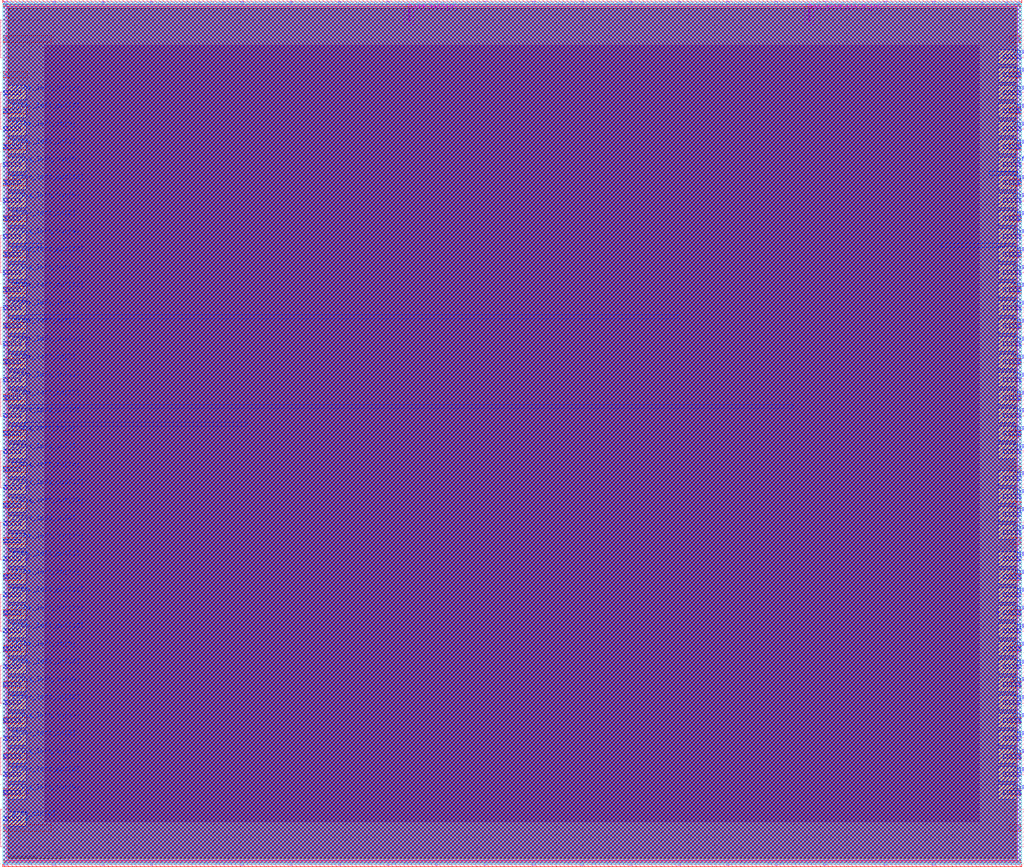
<source format=lef>
VERSION 5.7 ;
BUSBITCHARS "[]" ;

UNITS
  DATABASE MICRONS 1000 ;
END UNITS

MANUFACTURINGGRID 0.005 ;

LAYER nwell
  TYPE MASTERSLICE ;
END nwell

LAYER pwell
  TYPE MASTERSLICE ;
END pwell

LAYER fieldpoly
  TYPE MASTERSLICE ;
END fieldpoly

LAYER li1
  TYPE ROUTING ;
  DIRECTION VERTICAL ;
  PITCH 0.46 ;
  WIDTH 0.17 ;
END li1

LAYER mcon
  TYPE CUT ;
END mcon

LAYER met1
  TYPE ROUTING ;
  DIRECTION HORIZONTAL ;
  PITCH 0.34 ;
  WIDTH 0.14 ;
END met1

LAYER via
  TYPE CUT ;
END via

LAYER met2
  TYPE ROUTING ;
  DIRECTION VERTICAL ;
  PITCH 0.46 ;
  WIDTH 0.14 ;
END met2

LAYER via2
  TYPE CUT ;
END via2

LAYER met3
  TYPE ROUTING ;
  DIRECTION HORIZONTAL ;
  PITCH 0.68 ;
  WIDTH 0.3 ;
END met3

LAYER via3
  TYPE CUT ;
END via3

LAYER met4
  TYPE ROUTING ;
  DIRECTION VERTICAL ;
  PITCH 0.92 ;
  WIDTH 0.3 ;
END met4

LAYER via4
  TYPE CUT ;
END via4

LAYER met5
  TYPE ROUTING ;
  DIRECTION HORIZONTAL ;
  PITCH 3.4 ;
  WIDTH 1.6 ;
END met5

LAYER diff
  TYPE MASTERSLICE ;
END diff

LAYER licon1
  TYPE MASTERSLICE ;
END licon1

LAYER OVERLAP
  TYPE OVERLAP ;
END OVERLAP

VIA L1M1_PR
  LAYER li1 ;
    RECT -0.085 -0.085 0.085 0.085 ;
  LAYER mcon ;
    RECT -0.085 -0.085 0.085 0.085 ;
  LAYER met1 ;
    RECT -0.145 -0.115 0.145 0.115 ;
END L1M1_PR

VIA L1M1_PR_R
  LAYER li1 ;
    RECT -0.085 -0.085 0.085 0.085 ;
  LAYER mcon ;
    RECT -0.085 -0.085 0.085 0.085 ;
  LAYER met1 ;
    RECT -0.115 -0.145 0.115 0.145 ;
END L1M1_PR_R

VIA L1M1_PR_M
  LAYER li1 ;
    RECT -0.085 -0.085 0.085 0.085 ;
  LAYER mcon ;
    RECT -0.085 -0.085 0.085 0.085 ;
  LAYER met1 ;
    RECT -0.115 -0.145 0.115 0.145 ;
END L1M1_PR_M

VIA L1M1_PR_MR
  LAYER li1 ;
    RECT -0.085 -0.085 0.085 0.085 ;
  LAYER mcon ;
    RECT -0.085 -0.085 0.085 0.085 ;
  LAYER met1 ;
    RECT -0.145 -0.115 0.145 0.115 ;
END L1M1_PR_MR

VIA L1M1_PR_C
  LAYER li1 ;
    RECT -0.085 -0.085 0.085 0.085 ;
  LAYER mcon ;
    RECT -0.085 -0.085 0.085 0.085 ;
  LAYER met1 ;
    RECT -0.145 -0.145 0.145 0.145 ;
END L1M1_PR_C

VIA M1M2_PR
  LAYER met1 ;
    RECT -0.16 -0.13 0.16 0.13 ;
  LAYER via ;
    RECT -0.075 -0.075 0.075 0.075 ;
  LAYER met2 ;
    RECT -0.13 -0.16 0.13 0.16 ;
END M1M2_PR

VIA M1M2_PR_Enc
  LAYER met1 ;
    RECT -0.16 -0.13 0.16 0.13 ;
  LAYER via ;
    RECT -0.075 -0.075 0.075 0.075 ;
  LAYER met2 ;
    RECT -0.16 -0.13 0.16 0.13 ;
END M1M2_PR_Enc

VIA M1M2_PR_R
  LAYER met1 ;
    RECT -0.13 -0.16 0.13 0.16 ;
  LAYER via ;
    RECT -0.075 -0.075 0.075 0.075 ;
  LAYER met2 ;
    RECT -0.16 -0.13 0.16 0.13 ;
END M1M2_PR_R

VIA M1M2_PR_R_Enc
  LAYER met1 ;
    RECT -0.13 -0.16 0.13 0.16 ;
  LAYER via ;
    RECT -0.075 -0.075 0.075 0.075 ;
  LAYER met2 ;
    RECT -0.13 -0.16 0.13 0.16 ;
END M1M2_PR_R_Enc

VIA M1M2_PR_M
  LAYER met1 ;
    RECT -0.16 -0.13 0.16 0.13 ;
  LAYER via ;
    RECT -0.075 -0.075 0.075 0.075 ;
  LAYER met2 ;
    RECT -0.16 -0.13 0.16 0.13 ;
END M1M2_PR_M

VIA M1M2_PR_M_Enc
  LAYER met1 ;
    RECT -0.16 -0.13 0.16 0.13 ;
  LAYER via ;
    RECT -0.075 -0.075 0.075 0.075 ;
  LAYER met2 ;
    RECT -0.13 -0.16 0.13 0.16 ;
END M1M2_PR_M_Enc

VIA M1M2_PR_MR
  LAYER met1 ;
    RECT -0.13 -0.16 0.13 0.16 ;
  LAYER via ;
    RECT -0.075 -0.075 0.075 0.075 ;
  LAYER met2 ;
    RECT -0.13 -0.16 0.13 0.16 ;
END M1M2_PR_MR

VIA M1M2_PR_MR_Enc
  LAYER met1 ;
    RECT -0.13 -0.16 0.13 0.16 ;
  LAYER via ;
    RECT -0.075 -0.075 0.075 0.075 ;
  LAYER met2 ;
    RECT -0.16 -0.13 0.16 0.13 ;
END M1M2_PR_MR_Enc

VIA M1M2_PR_C
  LAYER met1 ;
    RECT -0.16 -0.16 0.16 0.16 ;
  LAYER via ;
    RECT -0.075 -0.075 0.075 0.075 ;
  LAYER met2 ;
    RECT -0.16 -0.16 0.16 0.16 ;
END M1M2_PR_C

VIA M2M3_PR
  LAYER met2 ;
    RECT -0.14 -0.185 0.14 0.185 ;
  LAYER via2 ;
    RECT -0.1 -0.1 0.1 0.1 ;
  LAYER met3 ;
    RECT -0.165 -0.165 0.165 0.165 ;
END M2M3_PR

VIA M2M3_PR_R
  LAYER met2 ;
    RECT -0.185 -0.14 0.185 0.14 ;
  LAYER via2 ;
    RECT -0.1 -0.1 0.1 0.1 ;
  LAYER met3 ;
    RECT -0.165 -0.165 0.165 0.165 ;
END M2M3_PR_R

VIA M2M3_PR_M
  LAYER met2 ;
    RECT -0.14 -0.185 0.14 0.185 ;
  LAYER via2 ;
    RECT -0.1 -0.1 0.1 0.1 ;
  LAYER met3 ;
    RECT -0.165 -0.165 0.165 0.165 ;
END M2M3_PR_M

VIA M2M3_PR_MR
  LAYER met2 ;
    RECT -0.185 -0.14 0.185 0.14 ;
  LAYER via2 ;
    RECT -0.1 -0.1 0.1 0.1 ;
  LAYER met3 ;
    RECT -0.165 -0.165 0.165 0.165 ;
END M2M3_PR_MR

VIA M2M3_PR_C
  LAYER met2 ;
    RECT -0.185 -0.185 0.185 0.185 ;
  LAYER via2 ;
    RECT -0.1 -0.1 0.1 0.1 ;
  LAYER met3 ;
    RECT -0.165 -0.165 0.165 0.165 ;
END M2M3_PR_C

VIA M3M4_PR
  LAYER met3 ;
    RECT -0.19 -0.16 0.19 0.16 ;
  LAYER via3 ;
    RECT -0.1 -0.1 0.1 0.1 ;
  LAYER met4 ;
    RECT -0.165 -0.165 0.165 0.165 ;
END M3M4_PR

VIA M3M4_PR_R
  LAYER met3 ;
    RECT -0.16 -0.19 0.16 0.19 ;
  LAYER via3 ;
    RECT -0.1 -0.1 0.1 0.1 ;
  LAYER met4 ;
    RECT -0.165 -0.165 0.165 0.165 ;
END M3M4_PR_R

VIA M3M4_PR_M
  LAYER met3 ;
    RECT -0.19 -0.16 0.19 0.16 ;
  LAYER via3 ;
    RECT -0.1 -0.1 0.1 0.1 ;
  LAYER met4 ;
    RECT -0.165 -0.165 0.165 0.165 ;
END M3M4_PR_M

VIA M3M4_PR_MR
  LAYER met3 ;
    RECT -0.16 -0.19 0.16 0.19 ;
  LAYER via3 ;
    RECT -0.1 -0.1 0.1 0.1 ;
  LAYER met4 ;
    RECT -0.165 -0.165 0.165 0.165 ;
END M3M4_PR_MR

VIA M3M4_PR_C
  LAYER met3 ;
    RECT -0.19 -0.19 0.19 0.19 ;
  LAYER via3 ;
    RECT -0.1 -0.1 0.1 0.1 ;
  LAYER met4 ;
    RECT -0.165 -0.165 0.165 0.165 ;
END M3M4_PR_C

VIA M4M5_PR
  LAYER met4 ;
    RECT -0.59 -0.59 0.59 0.59 ;
  LAYER via4 ;
    RECT -0.4 -0.4 0.4 0.4 ;
  LAYER met5 ;
    RECT -0.71 -0.71 0.71 0.71 ;
END M4M5_PR

VIA M4M5_PR_R
  LAYER met4 ;
    RECT -0.59 -0.59 0.59 0.59 ;
  LAYER via4 ;
    RECT -0.4 -0.4 0.4 0.4 ;
  LAYER met5 ;
    RECT -0.71 -0.71 0.71 0.71 ;
END M4M5_PR_R

VIA M4M5_PR_M
  LAYER met4 ;
    RECT -0.59 -0.59 0.59 0.59 ;
  LAYER via4 ;
    RECT -0.4 -0.4 0.4 0.4 ;
  LAYER met5 ;
    RECT -0.71 -0.71 0.71 0.71 ;
END M4M5_PR_M

VIA M4M5_PR_MR
  LAYER met4 ;
    RECT -0.59 -0.59 0.59 0.59 ;
  LAYER via4 ;
    RECT -0.4 -0.4 0.4 0.4 ;
  LAYER met5 ;
    RECT -0.71 -0.71 0.71 0.71 ;
END M4M5_PR_MR

VIA M4M5_PR_C
  LAYER met4 ;
    RECT -0.59 -0.59 0.59 0.59 ;
  LAYER via4 ;
    RECT -0.4 -0.4 0.4 0.4 ;
  LAYER met5 ;
    RECT -0.71 -0.71 0.71 0.71 ;
END M4M5_PR_C

SITE unit
  CLASS CORE ;
  SYMMETRY Y ;
  SIZE 0.46 BY 2.72 ;
END unit

SITE unithddbl
  CLASS CORE ;
  SIZE 0.46 BY 5.44 ;
END unithddbl

MACRO cbx_1__2_
  CLASS BLOCK ;
  ORIGIN 0 0 ;
  SIZE 77.28 BY 65.28 ;
  SYMMETRY X Y ;
  PIN prog_clk[0]
    DIRECTION INPUT ;
    USE CLOCK ;
    PORT
      LAYER met3 ;
        RECT 0 3.25 1.38 3.55 ;
    END
  END prog_clk[0]
  PIN chanx_left_in[0]
    DIRECTION INPUT ;
    USE SIGNAL ;
    PORT
      LAYER met3 ;
        RECT 0 42.01 1.38 42.31 ;
    END
  END chanx_left_in[0]
  PIN chanx_left_in[1]
    DIRECTION INPUT ;
    USE SIGNAL ;
    PORT
      LAYER met3 ;
        RECT 0 54.25 1.38 54.55 ;
    END
  END chanx_left_in[1]
  PIN chanx_left_in[2]
    DIRECTION INPUT ;
    USE SIGNAL ;
    PORT
      LAYER met3 ;
        RECT 0 48.81 1.38 49.11 ;
    END
  END chanx_left_in[2]
  PIN chanx_left_in[3]
    DIRECTION INPUT ;
    USE SIGNAL ;
    PORT
      LAYER met3 ;
        RECT 0 31.13 1.38 31.43 ;
    END
  END chanx_left_in[3]
  PIN chanx_left_in[4]
    DIRECTION INPUT ;
    USE SIGNAL ;
    PORT
      LAYER met3 ;
        RECT 0 25.69 1.38 25.99 ;
    END
  END chanx_left_in[4]
  PIN chanx_left_in[5]
    DIRECTION INPUT ;
    USE SIGNAL ;
    PORT
      LAYER met3 ;
        RECT 0 9.37 1.38 9.67 ;
    END
  END chanx_left_in[5]
  PIN chanx_left_in[6]
    DIRECTION INPUT ;
    USE SIGNAL ;
    PORT
      LAYER met3 ;
        RECT 0 16.17 1.38 16.47 ;
    END
  END chanx_left_in[6]
  PIN chanx_left_in[7]
    DIRECTION INPUT ;
    USE SIGNAL ;
    PORT
      LAYER met3 ;
        RECT 0 37.93 1.38 38.23 ;
    END
  END chanx_left_in[7]
  PIN chanx_left_in[8]
    DIRECTION INPUT ;
    USE SIGNAL ;
    PORT
      LAYER met3 ;
        RECT 0 55.61 1.38 55.91 ;
    END
  END chanx_left_in[8]
  PIN chanx_left_in[9]
    DIRECTION INPUT ;
    USE SIGNAL ;
    PORT
      LAYER met3 ;
        RECT 0 32.49 1.38 32.79 ;
    END
  END chanx_left_in[9]
  PIN chanx_left_in[10]
    DIRECTION INPUT ;
    USE SIGNAL ;
    PORT
      LAYER met3 ;
        RECT 0 8.01 1.38 8.31 ;
    END
  END chanx_left_in[10]
  PIN chanx_left_in[11]
    DIRECTION INPUT ;
    USE SIGNAL ;
    PORT
      LAYER met3 ;
        RECT 0 36.57 1.38 36.87 ;
    END
  END chanx_left_in[11]
  PIN chanx_left_in[12]
    DIRECTION INPUT ;
    USE SIGNAL ;
    PORT
      LAYER met3 ;
        RECT 0 21.61 1.38 21.91 ;
    END
  END chanx_left_in[12]
  PIN chanx_left_in[13]
    DIRECTION INPUT ;
    USE SIGNAL ;
    PORT
      LAYER met3 ;
        RECT 0 10.73 1.38 11.03 ;
    END
  END chanx_left_in[13]
  PIN chanx_left_in[14]
    DIRECTION INPUT ;
    USE SIGNAL ;
    PORT
      LAYER met3 ;
        RECT 0 14.81 1.38 15.11 ;
    END
  END chanx_left_in[14]
  PIN chanx_left_in[15]
    DIRECTION INPUT ;
    USE SIGNAL ;
    PORT
      LAYER met3 ;
        RECT 0 33.85 1.38 34.15 ;
    END
  END chanx_left_in[15]
  PIN chanx_left_in[16]
    DIRECTION INPUT ;
    USE SIGNAL ;
    PORT
      LAYER met3 ;
        RECT 0 29.77 1.38 30.07 ;
    END
  END chanx_left_in[16]
  PIN chanx_left_in[17]
    DIRECTION INPUT ;
    USE SIGNAL ;
    PORT
      LAYER met3 ;
        RECT 0 35.21 1.38 35.51 ;
    END
  END chanx_left_in[17]
  PIN chanx_left_in[18]
    DIRECTION INPUT ;
    USE SIGNAL ;
    PORT
      LAYER met3 ;
        RECT 0 12.09 1.38 12.39 ;
    END
  END chanx_left_in[18]
  PIN chanx_left_in[19]
    DIRECTION INPUT ;
    USE SIGNAL ;
    PORT
      LAYER met3 ;
        RECT 0 13.45 1.38 13.75 ;
    END
  END chanx_left_in[19]
  PIN chanx_right_in[0]
    DIRECTION INPUT ;
    USE SIGNAL ;
    PORT
      LAYER met3 ;
        RECT 75.9 37.93 77.28 38.23 ;
    END
  END chanx_right_in[0]
  PIN chanx_right_in[1]
    DIRECTION INPUT ;
    USE SIGNAL ;
    PORT
      LAYER met3 ;
        RECT 75.9 8.01 77.28 8.31 ;
    END
  END chanx_right_in[1]
  PIN chanx_right_in[2]
    DIRECTION INPUT ;
    USE SIGNAL ;
    PORT
      LAYER met3 ;
        RECT 75.9 29.09 77.28 29.39 ;
    END
  END chanx_right_in[2]
  PIN chanx_right_in[3]
    DIRECTION INPUT ;
    USE SIGNAL ;
    PORT
      LAYER met3 ;
        RECT 75.9 36.57 77.28 36.87 ;
    END
  END chanx_right_in[3]
  PIN chanx_right_in[4]
    DIRECTION INPUT ;
    USE SIGNAL ;
    PORT
      LAYER met3 ;
        RECT 75.9 27.73 77.28 28.03 ;
    END
  END chanx_right_in[4]
  PIN chanx_right_in[5]
    DIRECTION INPUT ;
    USE SIGNAL ;
    PORT
      LAYER met3 ;
        RECT 75.9 33.85 77.28 34.15 ;
    END
  END chanx_right_in[5]
  PIN chanx_right_in[6]
    DIRECTION INPUT ;
    USE SIGNAL ;
    PORT
      LAYER met3 ;
        RECT 75.9 17.53 77.28 17.83 ;
    END
  END chanx_right_in[6]
  PIN chanx_right_in[7]
    DIRECTION INPUT ;
    USE SIGNAL ;
    PORT
      LAYER met3 ;
        RECT 75.9 9.37 77.28 9.67 ;
    END
  END chanx_right_in[7]
  PIN chanx_right_in[8]
    DIRECTION INPUT ;
    USE SIGNAL ;
    PORT
      LAYER met3 ;
        RECT 75.9 35.21 77.28 35.51 ;
    END
  END chanx_right_in[8]
  PIN chanx_right_in[9]
    DIRECTION INPUT ;
    USE SIGNAL ;
    PORT
      LAYER met3 ;
        RECT 75.9 16.17 77.28 16.47 ;
    END
  END chanx_right_in[9]
  PIN chanx_right_in[10]
    DIRECTION INPUT ;
    USE SIGNAL ;
    PORT
      LAYER met3 ;
        RECT 75.9 20.25 77.28 20.55 ;
    END
  END chanx_right_in[10]
  PIN chanx_right_in[11]
    DIRECTION INPUT ;
    USE SIGNAL ;
    PORT
      LAYER met3 ;
        RECT 75.9 10.73 77.28 11.03 ;
    END
  END chanx_right_in[11]
  PIN chanx_right_in[12]
    DIRECTION INPUT ;
    USE SIGNAL ;
    PORT
      LAYER met3 ;
        RECT 75.9 32.49 77.28 32.79 ;
    END
  END chanx_right_in[12]
  PIN chanx_right_in[13]
    DIRECTION INPUT ;
    USE SIGNAL ;
    PORT
      LAYER met3 ;
        RECT 75.9 14.81 77.28 15.11 ;
    END
  END chanx_right_in[13]
  PIN chanx_right_in[14]
    DIRECTION INPUT ;
    USE SIGNAL ;
    PORT
      LAYER met3 ;
        RECT 75.9 12.09 77.28 12.39 ;
    END
  END chanx_right_in[14]
  PIN chanx_right_in[15]
    DIRECTION INPUT ;
    USE SIGNAL ;
    PORT
      LAYER met3 ;
        RECT 75.9 56.97 77.28 57.27 ;
    END
  END chanx_right_in[15]
  PIN chanx_right_in[16]
    DIRECTION INPUT ;
    USE SIGNAL ;
    PORT
      LAYER met3 ;
        RECT 75.9 21.61 77.28 21.91 ;
    END
  END chanx_right_in[16]
  PIN chanx_right_in[17]
    DIRECTION INPUT ;
    USE SIGNAL ;
    PORT
      LAYER met3 ;
        RECT 75.9 54.25 77.28 54.55 ;
    END
  END chanx_right_in[17]
  PIN chanx_right_in[18]
    DIRECTION INPUT ;
    USE SIGNAL ;
    PORT
      LAYER met3 ;
        RECT 75.9 13.45 77.28 13.75 ;
    END
  END chanx_right_in[18]
  PIN chanx_right_in[19]
    DIRECTION INPUT ;
    USE SIGNAL ;
    PORT
      LAYER met3 ;
        RECT 75.9 55.61 77.28 55.91 ;
    END
  END chanx_right_in[19]
  PIN ccff_head[0]
    DIRECTION INPUT ;
    USE SIGNAL ;
    PORT
      LAYER met3 ;
        RECT 75.9 52.89 77.28 53.19 ;
    END
  END ccff_head[0]
  PIN chanx_left_out[0]
    DIRECTION OUTPUT ;
    USE SIGNAL ;
    PORT
      LAYER met3 ;
        RECT 0 44.73 1.38 45.03 ;
    END
  END chanx_left_out[0]
  PIN chanx_left_out[1]
    DIRECTION OUTPUT ;
    USE SIGNAL ;
    PORT
      LAYER met3 ;
        RECT 0 22.97 1.38 23.27 ;
    END
  END chanx_left_out[1]
  PIN chanx_left_out[2]
    DIRECTION OUTPUT ;
    USE SIGNAL ;
    PORT
      LAYER met3 ;
        RECT 0 58.33 1.38 58.63 ;
    END
  END chanx_left_out[2]
  PIN chanx_left_out[3]
    DIRECTION OUTPUT ;
    USE SIGNAL ;
    PORT
      LAYER met3 ;
        RECT 0 40.65 1.38 40.95 ;
    END
  END chanx_left_out[3]
  PIN chanx_left_out[4]
    DIRECTION OUTPUT ;
    USE SIGNAL ;
    PORT
      LAYER met3 ;
        RECT 0 47.45 1.38 47.75 ;
    END
  END chanx_left_out[4]
  PIN chanx_left_out[5]
    DIRECTION OUTPUT ;
    USE SIGNAL ;
    PORT
      LAYER met3 ;
        RECT 0 52.89 1.38 53.19 ;
    END
  END chanx_left_out[5]
  PIN chanx_left_out[6]
    DIRECTION OUTPUT ;
    USE SIGNAL ;
    PORT
      LAYER met3 ;
        RECT 0 6.65 1.38 6.95 ;
    END
  END chanx_left_out[6]
  PIN chanx_left_out[7]
    DIRECTION OUTPUT ;
    USE SIGNAL ;
    PORT
      LAYER met3 ;
        RECT 0 56.97 1.38 57.27 ;
    END
  END chanx_left_out[7]
  PIN chanx_left_out[8]
    DIRECTION OUTPUT ;
    USE SIGNAL ;
    PORT
      LAYER met3 ;
        RECT 0 50.17 1.38 50.47 ;
    END
  END chanx_left_out[8]
  PIN chanx_left_out[9]
    DIRECTION OUTPUT ;
    USE SIGNAL ;
    PORT
      LAYER met3 ;
        RECT 0 5.29 1.38 5.59 ;
    END
  END chanx_left_out[9]
  PIN chanx_left_out[10]
    DIRECTION OUTPUT ;
    USE SIGNAL ;
    PORT
      LAYER met3 ;
        RECT 0 46.09 1.38 46.39 ;
    END
  END chanx_left_out[10]
  PIN chanx_left_out[11]
    DIRECTION OUTPUT ;
    USE SIGNAL ;
    PORT
      LAYER met3 ;
        RECT 0 20.25 1.38 20.55 ;
    END
  END chanx_left_out[11]
  PIN chanx_left_out[12]
    DIRECTION OUTPUT ;
    USE SIGNAL ;
    PORT
      LAYER met3 ;
        RECT 0 43.37 1.38 43.67 ;
    END
  END chanx_left_out[12]
  PIN chanx_left_out[13]
    DIRECTION OUTPUT ;
    USE SIGNAL ;
    PORT
      LAYER met3 ;
        RECT 0 27.05 1.38 27.35 ;
    END
  END chanx_left_out[13]
  PIN chanx_left_out[14]
    DIRECTION OUTPUT ;
    USE SIGNAL ;
    PORT
      LAYER met3 ;
        RECT 0 18.89 1.38 19.19 ;
    END
  END chanx_left_out[14]
  PIN chanx_left_out[15]
    DIRECTION OUTPUT ;
    USE SIGNAL ;
    PORT
      LAYER met3 ;
        RECT 0 39.29 1.38 39.59 ;
    END
  END chanx_left_out[15]
  PIN chanx_left_out[16]
    DIRECTION OUTPUT ;
    USE SIGNAL ;
    PORT
      LAYER met3 ;
        RECT 0 51.53 1.38 51.83 ;
    END
  END chanx_left_out[16]
  PIN chanx_left_out[17]
    DIRECTION OUTPUT ;
    USE SIGNAL ;
    PORT
      LAYER met3 ;
        RECT 0 28.41 1.38 28.71 ;
    END
  END chanx_left_out[17]
  PIN chanx_left_out[18]
    DIRECTION OUTPUT ;
    USE SIGNAL ;
    PORT
      LAYER met3 ;
        RECT 0 17.53 1.38 17.83 ;
    END
  END chanx_left_out[18]
  PIN chanx_left_out[19]
    DIRECTION OUTPUT ;
    USE SIGNAL ;
    PORT
      LAYER met3 ;
        RECT 0 24.33 1.38 24.63 ;
    END
  END chanx_left_out[19]
  PIN chanx_right_out[0]
    DIRECTION OUTPUT ;
    USE SIGNAL ;
    PORT
      LAYER met3 ;
        RECT 75.9 5.29 77.28 5.59 ;
    END
  END chanx_right_out[0]
  PIN chanx_right_out[1]
    DIRECTION OUTPUT ;
    USE SIGNAL ;
    PORT
      LAYER met3 ;
        RECT 75.9 47.45 77.28 47.75 ;
    END
  END chanx_right_out[1]
  PIN chanx_right_out[2]
    DIRECTION OUTPUT ;
    USE SIGNAL ;
    PORT
      LAYER met3 ;
        RECT 75.9 40.65 77.28 40.95 ;
    END
  END chanx_right_out[2]
  PIN chanx_right_out[3]
    DIRECTION OUTPUT ;
    USE SIGNAL ;
    PORT
      LAYER met3 ;
        RECT 75.9 42.01 77.28 42.31 ;
    END
  END chanx_right_out[3]
  PIN chanx_right_out[4]
    DIRECTION OUTPUT ;
    USE SIGNAL ;
    PORT
      LAYER met3 ;
        RECT 75.9 26.37 77.28 26.67 ;
    END
  END chanx_right_out[4]
  PIN chanx_right_out[5]
    DIRECTION OUTPUT ;
    USE SIGNAL ;
    PORT
      LAYER met3 ;
        RECT 75.9 61.05 77.28 61.35 ;
    END
  END chanx_right_out[5]
  PIN chanx_right_out[6]
    DIRECTION OUTPUT ;
    USE SIGNAL ;
    PORT
      LAYER met3 ;
        RECT 75.9 59.69 77.28 59.99 ;
    END
  END chanx_right_out[6]
  PIN chanx_right_out[7]
    DIRECTION OUTPUT ;
    USE SIGNAL ;
    PORT
      LAYER met3 ;
        RECT 75.9 48.81 77.28 49.11 ;
    END
  END chanx_right_out[7]
  PIN chanx_right_out[8]
    DIRECTION OUTPUT ;
    USE SIGNAL ;
    PORT
      LAYER met3 ;
        RECT 75.9 50.17 77.28 50.47 ;
    END
  END chanx_right_out[8]
  PIN chanx_right_out[9]
    DIRECTION OUTPUT ;
    USE SIGNAL ;
    PORT
      LAYER met3 ;
        RECT 75.9 39.29 77.28 39.59 ;
    END
  END chanx_right_out[9]
  PIN chanx_right_out[10]
    DIRECTION OUTPUT ;
    USE SIGNAL ;
    PORT
      LAYER met3 ;
        RECT 75.9 22.97 77.28 23.27 ;
    END
  END chanx_right_out[10]
  PIN chanx_right_out[11]
    DIRECTION OUTPUT ;
    USE SIGNAL ;
    PORT
      LAYER met3 ;
        RECT 75.9 44.73 77.28 45.03 ;
    END
  END chanx_right_out[11]
  PIN chanx_right_out[12]
    DIRECTION OUTPUT ;
    USE SIGNAL ;
    PORT
      LAYER met3 ;
        RECT 75.9 6.65 77.28 6.95 ;
    END
  END chanx_right_out[12]
  PIN chanx_right_out[13]
    DIRECTION OUTPUT ;
    USE SIGNAL ;
    PORT
      LAYER met3 ;
        RECT 75.9 18.89 77.28 19.19 ;
    END
  END chanx_right_out[13]
  PIN chanx_right_out[14]
    DIRECTION OUTPUT ;
    USE SIGNAL ;
    PORT
      LAYER met3 ;
        RECT 75.9 31.13 77.28 31.43 ;
    END
  END chanx_right_out[14]
  PIN chanx_right_out[15]
    DIRECTION OUTPUT ;
    USE SIGNAL ;
    PORT
      LAYER met3 ;
        RECT 75.9 43.37 77.28 43.67 ;
    END
  END chanx_right_out[15]
  PIN chanx_right_out[16]
    DIRECTION OUTPUT ;
    USE SIGNAL ;
    PORT
      LAYER met3 ;
        RECT 75.9 25.01 77.28 25.31 ;
    END
  END chanx_right_out[16]
  PIN chanx_right_out[17]
    DIRECTION OUTPUT ;
    USE SIGNAL ;
    PORT
      LAYER met3 ;
        RECT 75.9 51.53 77.28 51.83 ;
    END
  END chanx_right_out[17]
  PIN chanx_right_out[18]
    DIRECTION OUTPUT ;
    USE SIGNAL ;
    PORT
      LAYER met3 ;
        RECT 75.9 58.33 77.28 58.63 ;
    END
  END chanx_right_out[18]
  PIN chanx_right_out[19]
    DIRECTION OUTPUT ;
    USE SIGNAL ;
    PORT
      LAYER met3 ;
        RECT 75.9 46.09 77.28 46.39 ;
    END
  END chanx_right_out[19]
  PIN top_grid_pin_0_[0]
    DIRECTION OUTPUT ;
    USE SIGNAL ;
    PORT
      LAYER met2 ;
        RECT 61.11 63.92 61.25 65.28 ;
    END
  END top_grid_pin_0_[0]
  PIN ccff_tail[0]
    DIRECTION OUTPUT ;
    USE SIGNAL ;
    PORT
      LAYER met2 ;
        RECT 30.75 63.92 30.89 65.28 ;
    END
  END ccff_tail[0]
  PIN VDD
    DIRECTION INPUT ;
    USE POWER ;
  END VDD
  PIN VSS
    DIRECTION INPUT ;
    USE GROUND ;
  END VSS
  OBS
    LAYER li1 ;
      RECT 0 65.195 77.28 65.365 ;
      RECT 76.36 62.475 77.28 62.645 ;
      RECT 0 62.475 3.68 62.645 ;
      RECT 76.36 59.755 77.28 59.925 ;
      RECT 0 59.755 1.84 59.925 ;
      RECT 76.36 57.035 77.28 57.205 ;
      RECT 0 57.035 1.84 57.205 ;
      RECT 76.36 54.315 77.28 54.485 ;
      RECT 0 54.315 1.84 54.485 ;
      RECT 76.36 51.595 77.28 51.765 ;
      RECT 0 51.595 1.84 51.765 ;
      RECT 76.36 48.875 77.28 49.045 ;
      RECT 0 48.875 1.84 49.045 ;
      RECT 76.36 46.155 77.28 46.325 ;
      RECT 0 46.155 1.84 46.325 ;
      RECT 76.36 43.435 77.28 43.605 ;
      RECT 0 43.435 1.84 43.605 ;
      RECT 76.36 40.715 77.28 40.885 ;
      RECT 0 40.715 1.84 40.885 ;
      RECT 76.36 37.995 77.28 38.165 ;
      RECT 0 37.995 1.84 38.165 ;
      RECT 76.36 35.275 77.28 35.445 ;
      RECT 0 35.275 1.84 35.445 ;
      RECT 76.36 32.555 77.28 32.725 ;
      RECT 0 32.555 1.84 32.725 ;
      RECT 76.36 29.835 77.28 30.005 ;
      RECT 0 29.835 1.84 30.005 ;
      RECT 76.36 27.115 77.28 27.285 ;
      RECT 0 27.115 1.84 27.285 ;
      RECT 76.36 24.395 77.28 24.565 ;
      RECT 0 24.395 1.84 24.565 ;
      RECT 76.36 21.675 77.28 21.845 ;
      RECT 0 21.675 1.84 21.845 ;
      RECT 76.36 18.955 77.28 19.125 ;
      RECT 0 18.955 1.84 19.125 ;
      RECT 76.36 16.235 77.28 16.405 ;
      RECT 0 16.235 1.84 16.405 ;
      RECT 76.36 13.515 77.28 13.685 ;
      RECT 0 13.515 1.84 13.685 ;
      RECT 76.36 10.795 77.28 10.965 ;
      RECT 0 10.795 1.84 10.965 ;
      RECT 76.36 8.075 77.28 8.245 ;
      RECT 0 8.075 1.84 8.245 ;
      RECT 76.36 5.355 77.28 5.525 ;
      RECT 0 5.355 1.84 5.525 ;
      RECT 76.36 2.635 77.28 2.805 ;
      RECT 0 2.635 3.68 2.805 ;
      RECT 0 -0.085 77.28 0.085 ;
    LAYER met3 ;
      POLYGON 76.97 52.51 76.97 52.23 75.5 52.23 75.5 52.21 74.83 52.21 74.83 52.51 ;
      POLYGON 75.5 47.07 75.5 47.05 76.05 47.05 76.05 46.77 71.15 46.77 71.15 47.07 ;
      POLYGON 2.91 47.07 2.91 46.77 1.99 46.77 1.99 46.09 1.78 46.09 1.78 46.79 1.69 46.79 1.69 47.07 ;
      POLYGON 51.21 41.63 51.21 41.33 1.23 41.33 1.23 41.61 1.78 41.61 1.78 41.63 ;
      POLYGON 59.95 34.83 59.95 34.53 1.78 34.53 1.78 34.55 1.23 34.55 1.23 34.83 ;
      POLYGON 2.03 33.48 2.03 33.47 18.55 33.47 18.55 33.17 2.03 33.17 2.03 33.16 1.65 33.16 1.65 33.48 ;
      POLYGON 76.88 64.88 76.88 61.75 75.5 61.75 75.5 60.65 76.88 60.65 76.88 60.39 75.5 60.39 75.5 59.29 76.88 59.29 76.88 59.03 75.5 59.03 75.5 57.93 76.88 57.93 76.88 57.67 75.5 57.67 75.5 56.57 76.88 56.57 76.88 56.31 75.5 56.31 75.5 55.21 76.88 55.21 76.88 54.95 75.5 54.95 75.5 53.85 76.88 53.85 76.88 53.59 75.5 53.59 75.5 52.49 76.88 52.49 76.88 52.23 75.5 52.23 75.5 51.13 76.88 51.13 76.88 50.87 75.5 50.87 75.5 49.77 76.88 49.77 76.88 49.51 75.5 49.51 75.5 48.41 76.88 48.41 76.88 48.15 75.5 48.15 75.5 47.05 76.88 47.05 76.88 46.79 75.5 46.79 75.5 45.69 76.88 45.69 76.88 45.43 75.5 45.43 75.5 44.33 76.88 44.33 76.88 44.07 75.5 44.07 75.5 42.97 76.88 42.97 76.88 42.71 75.5 42.71 75.5 41.61 76.88 41.61 76.88 41.35 75.5 41.35 75.5 40.25 76.88 40.25 76.88 39.99 75.5 39.99 75.5 38.89 76.88 38.89 76.88 38.63 75.5 38.63 75.5 37.53 76.88 37.53 76.88 37.27 75.5 37.27 75.5 36.17 76.88 36.17 76.88 35.91 75.5 35.91 75.5 34.81 76.88 34.81 76.88 34.55 75.5 34.55 75.5 33.45 76.88 33.45 76.88 33.19 75.5 33.19 75.5 32.09 76.88 32.09 76.88 31.83 75.5 31.83 75.5 30.73 76.88 30.73 76.88 29.79 75.5 29.79 75.5 28.69 76.88 28.69 76.88 28.43 75.5 28.43 75.5 27.33 76.88 27.33 76.88 27.07 75.5 27.07 75.5 25.97 76.88 25.97 76.88 25.71 75.5 25.71 75.5 24.61 76.88 24.61 76.88 23.67 75.5 23.67 75.5 22.57 76.88 22.57 76.88 22.31 75.5 22.31 75.5 21.21 76.88 21.21 76.88 20.95 75.5 20.95 75.5 19.85 76.88 19.85 76.88 19.59 75.5 19.59 75.5 18.49 76.88 18.49 76.88 18.23 75.5 18.23 75.5 17.13 76.88 17.13 76.88 16.87 75.5 16.87 75.5 15.77 76.88 15.77 76.88 15.51 75.5 15.51 75.5 14.41 76.88 14.41 76.88 14.15 75.5 14.15 75.5 13.05 76.88 13.05 76.88 12.79 75.5 12.79 75.5 11.69 76.88 11.69 76.88 11.43 75.5 11.43 75.5 10.33 76.88 10.33 76.88 10.07 75.5 10.07 75.5 8.97 76.88 8.97 76.88 8.71 75.5 8.71 75.5 7.61 76.88 7.61 76.88 7.35 75.5 7.35 75.5 6.25 76.88 6.25 76.88 5.99 75.5 5.99 75.5 4.89 76.88 4.89 76.88 0.4 0.4 0.4 0.4 2.85 1.78 2.85 1.78 3.95 0.4 3.95 0.4 4.89 1.78 4.89 1.78 5.99 0.4 5.99 0.4 6.25 1.78 6.25 1.78 7.35 0.4 7.35 0.4 7.61 1.78 7.61 1.78 8.71 0.4 8.71 0.4 8.97 1.78 8.97 1.78 10.07 0.4 10.07 0.4 10.33 1.78 10.33 1.78 11.43 0.4 11.43 0.4 11.69 1.78 11.69 1.78 12.79 0.4 12.79 0.4 13.05 1.78 13.05 1.78 14.15 0.4 14.15 0.4 14.41 1.78 14.41 1.78 15.51 0.4 15.51 0.4 15.77 1.78 15.77 1.78 16.87 0.4 16.87 0.4 17.13 1.78 17.13 1.78 18.23 0.4 18.23 0.4 18.49 1.78 18.49 1.78 19.59 0.4 19.59 0.4 19.85 1.78 19.85 1.78 20.95 0.4 20.95 0.4 21.21 1.78 21.21 1.78 22.31 0.4 22.31 0.4 22.57 1.78 22.57 1.78 23.67 0.4 23.67 0.4 23.93 1.78 23.93 1.78 25.03 0.4 25.03 0.4 25.29 1.78 25.29 1.78 26.39 0.4 26.39 0.4 26.65 1.78 26.65 1.78 27.75 0.4 27.75 0.4 28.01 1.78 28.01 1.78 29.11 0.4 29.11 0.4 29.37 1.78 29.37 1.78 30.47 0.4 30.47 0.4 30.73 1.78 30.73 1.78 31.83 0.4 31.83 0.4 32.09 1.78 32.09 1.78 33.19 0.4 33.19 0.4 33.45 1.78 33.45 1.78 34.55 0.4 34.55 0.4 34.81 1.78 34.81 1.78 35.91 0.4 35.91 0.4 36.17 1.78 36.17 1.78 37.27 0.4 37.27 0.4 37.53 1.78 37.53 1.78 38.63 0.4 38.63 0.4 38.89 1.78 38.89 1.78 39.99 0.4 39.99 0.4 40.25 1.78 40.25 1.78 41.35 0.4 41.35 0.4 41.61 1.78 41.61 1.78 42.71 0.4 42.71 0.4 42.97 1.78 42.97 1.78 44.07 0.4 44.07 0.4 44.33 1.78 44.33 1.78 45.43 0.4 45.43 0.4 45.69 1.78 45.69 1.78 46.79 0.4 46.79 0.4 47.05 1.78 47.05 1.78 48.15 0.4 48.15 0.4 48.41 1.78 48.41 1.78 49.51 0.4 49.51 0.4 49.77 1.78 49.77 1.78 50.87 0.4 50.87 0.4 51.13 1.78 51.13 1.78 52.23 0.4 52.23 0.4 52.49 1.78 52.49 1.78 53.59 0.4 53.59 0.4 53.85 1.78 53.85 1.78 54.95 0.4 54.95 0.4 55.21 1.78 55.21 1.78 56.31 0.4 56.31 0.4 56.57 1.78 56.57 1.78 57.67 0.4 57.67 0.4 57.93 1.78 57.93 1.78 59.03 0.4 59.03 0.4 64.88 ;
    LAYER met2 ;
      POLYGON 77 65 77 0.28 0.28 0.28 0.28 65 30.47 65 30.47 63.64 31.17 63.64 31.17 65 60.83 65 60.83 63.64 61.53 63.64 61.53 65 ;
    LAYER li1 ;
      RECT 65.865 64.47 66.615 65.015 ;
      RECT 17.105 64.47 17.855 65.015 ;
      RECT 65.865 0.265 66.615 0.81 ;
      RECT 17.105 0.265 17.855 0.81 ;
      RECT 0.34 0.34 76.94 64.94 ;
    LAYER met1 ;
      RECT 0 65.04 77.28 65.52 ;
      RECT 76.36 62.32 77.28 62.8 ;
      RECT 0 62.32 3.68 62.8 ;
      RECT 76.36 59.6 77.28 60.08 ;
      RECT 0 59.6 1.84 60.08 ;
      RECT 76.36 56.88 77.28 57.36 ;
      RECT 0 56.88 1.84 57.36 ;
      RECT 76.36 54.16 77.28 54.64 ;
      RECT 0 54.16 1.84 54.64 ;
      RECT 76.36 51.44 77.28 51.92 ;
      RECT 0 51.44 1.84 51.92 ;
      RECT 76.36 48.72 77.28 49.2 ;
      RECT 0 48.72 1.84 49.2 ;
      RECT 76.36 46 77.28 46.48 ;
      RECT 0 46 1.84 46.48 ;
      RECT 76.36 43.28 77.28 43.76 ;
      RECT 0 43.28 1.84 43.76 ;
      RECT 76.36 40.56 77.28 41.04 ;
      RECT 0 40.56 1.84 41.04 ;
      RECT 76.36 37.84 77.28 38.32 ;
      RECT 0 37.84 1.84 38.32 ;
      RECT 76.36 35.12 77.28 35.6 ;
      RECT 0 35.12 1.84 35.6 ;
      RECT 76.36 32.4 77.28 32.88 ;
      RECT 0 32.4 1.84 32.88 ;
      RECT 76.36 29.68 77.28 30.16 ;
      RECT 0 29.68 1.84 30.16 ;
      RECT 76.36 26.96 77.28 27.44 ;
      RECT 0 26.96 1.84 27.44 ;
      RECT 76.36 24.24 77.28 24.72 ;
      RECT 0 24.24 1.84 24.72 ;
      RECT 76.36 21.52 77.28 22 ;
      RECT 0 21.52 1.84 22 ;
      RECT 76.36 18.8 77.28 19.28 ;
      RECT 0 18.8 1.84 19.28 ;
      RECT 76.36 16.08 77.28 16.56 ;
      RECT 0 16.08 1.84 16.56 ;
      RECT 76.36 13.36 77.28 13.84 ;
      RECT 0 13.36 1.84 13.84 ;
      RECT 76.36 10.64 77.28 11.12 ;
      RECT 0 10.64 1.84 11.12 ;
      RECT 76.36 7.92 77.28 8.4 ;
      RECT 0 7.92 1.84 8.4 ;
      RECT 76.36 5.2 77.28 5.68 ;
      RECT 0 5.2 1.84 5.68 ;
      RECT 76.36 2.48 77.28 2.96 ;
      RECT 0 2.48 3.68 2.96 ;
      RECT 0 -0.24 77.28 0.24 ;
      RECT 0.28 0.28 77 65 ;
    LAYER met4 ;
      RECT 0.4 0.4 76.88 64.88 ;
    LAYER met5 ;
      RECT 3.2 3.2 74.08 62.08 ;
    LAYER mcon ;
      RECT 76.965 65.195 77.135 65.365 ;
      RECT 76.505 65.195 76.675 65.365 ;
      RECT 76.045 65.195 76.215 65.365 ;
      RECT 75.585 65.195 75.755 65.365 ;
      RECT 75.125 65.195 75.295 65.365 ;
      RECT 74.665 65.195 74.835 65.365 ;
      RECT 74.205 65.195 74.375 65.365 ;
      RECT 73.745 65.195 73.915 65.365 ;
      RECT 73.285 65.195 73.455 65.365 ;
      RECT 72.825 65.195 72.995 65.365 ;
      RECT 72.365 65.195 72.535 65.365 ;
      RECT 71.905 65.195 72.075 65.365 ;
      RECT 71.445 65.195 71.615 65.365 ;
      RECT 70.985 65.195 71.155 65.365 ;
      RECT 70.525 65.195 70.695 65.365 ;
      RECT 70.065 65.195 70.235 65.365 ;
      RECT 69.605 65.195 69.775 65.365 ;
      RECT 69.145 65.195 69.315 65.365 ;
      RECT 68.685 65.195 68.855 65.365 ;
      RECT 68.225 65.195 68.395 65.365 ;
      RECT 67.765 65.195 67.935 65.365 ;
      RECT 67.305 65.195 67.475 65.365 ;
      RECT 66.845 65.195 67.015 65.365 ;
      RECT 66.385 65.195 66.555 65.365 ;
      RECT 65.925 65.195 66.095 65.365 ;
      RECT 65.465 65.195 65.635 65.365 ;
      RECT 65.005 65.195 65.175 65.365 ;
      RECT 64.545 65.195 64.715 65.365 ;
      RECT 64.085 65.195 64.255 65.365 ;
      RECT 63.625 65.195 63.795 65.365 ;
      RECT 63.165 65.195 63.335 65.365 ;
      RECT 62.705 65.195 62.875 65.365 ;
      RECT 62.245 65.195 62.415 65.365 ;
      RECT 61.785 65.195 61.955 65.365 ;
      RECT 61.325 65.195 61.495 65.365 ;
      RECT 60.865 65.195 61.035 65.365 ;
      RECT 60.405 65.195 60.575 65.365 ;
      RECT 59.945 65.195 60.115 65.365 ;
      RECT 59.485 65.195 59.655 65.365 ;
      RECT 59.025 65.195 59.195 65.365 ;
      RECT 58.565 65.195 58.735 65.365 ;
      RECT 58.105 65.195 58.275 65.365 ;
      RECT 57.645 65.195 57.815 65.365 ;
      RECT 57.185 65.195 57.355 65.365 ;
      RECT 56.725 65.195 56.895 65.365 ;
      RECT 56.265 65.195 56.435 65.365 ;
      RECT 55.805 65.195 55.975 65.365 ;
      RECT 55.345 65.195 55.515 65.365 ;
      RECT 54.885 65.195 55.055 65.365 ;
      RECT 54.425 65.195 54.595 65.365 ;
      RECT 53.965 65.195 54.135 65.365 ;
      RECT 53.505 65.195 53.675 65.365 ;
      RECT 53.045 65.195 53.215 65.365 ;
      RECT 52.585 65.195 52.755 65.365 ;
      RECT 52.125 65.195 52.295 65.365 ;
      RECT 51.665 65.195 51.835 65.365 ;
      RECT 51.205 65.195 51.375 65.365 ;
      RECT 50.745 65.195 50.915 65.365 ;
      RECT 50.285 65.195 50.455 65.365 ;
      RECT 49.825 65.195 49.995 65.365 ;
      RECT 49.365 65.195 49.535 65.365 ;
      RECT 48.905 65.195 49.075 65.365 ;
      RECT 48.445 65.195 48.615 65.365 ;
      RECT 47.985 65.195 48.155 65.365 ;
      RECT 47.525 65.195 47.695 65.365 ;
      RECT 47.065 65.195 47.235 65.365 ;
      RECT 46.605 65.195 46.775 65.365 ;
      RECT 46.145 65.195 46.315 65.365 ;
      RECT 45.685 65.195 45.855 65.365 ;
      RECT 45.225 65.195 45.395 65.365 ;
      RECT 44.765 65.195 44.935 65.365 ;
      RECT 44.305 65.195 44.475 65.365 ;
      RECT 43.845 65.195 44.015 65.365 ;
      RECT 43.385 65.195 43.555 65.365 ;
      RECT 42.925 65.195 43.095 65.365 ;
      RECT 42.465 65.195 42.635 65.365 ;
      RECT 42.005 65.195 42.175 65.365 ;
      RECT 41.545 65.195 41.715 65.365 ;
      RECT 41.085 65.195 41.255 65.365 ;
      RECT 40.625 65.195 40.795 65.365 ;
      RECT 40.165 65.195 40.335 65.365 ;
      RECT 39.705 65.195 39.875 65.365 ;
      RECT 39.245 65.195 39.415 65.365 ;
      RECT 38.785 65.195 38.955 65.365 ;
      RECT 38.325 65.195 38.495 65.365 ;
      RECT 37.865 65.195 38.035 65.365 ;
      RECT 37.405 65.195 37.575 65.365 ;
      RECT 36.945 65.195 37.115 65.365 ;
      RECT 36.485 65.195 36.655 65.365 ;
      RECT 36.025 65.195 36.195 65.365 ;
      RECT 35.565 65.195 35.735 65.365 ;
      RECT 35.105 65.195 35.275 65.365 ;
      RECT 34.645 65.195 34.815 65.365 ;
      RECT 34.185 65.195 34.355 65.365 ;
      RECT 33.725 65.195 33.895 65.365 ;
      RECT 33.265 65.195 33.435 65.365 ;
      RECT 32.805 65.195 32.975 65.365 ;
      RECT 32.345 65.195 32.515 65.365 ;
      RECT 31.885 65.195 32.055 65.365 ;
      RECT 31.425 65.195 31.595 65.365 ;
      RECT 30.965 65.195 31.135 65.365 ;
      RECT 30.505 65.195 30.675 65.365 ;
      RECT 30.045 65.195 30.215 65.365 ;
      RECT 29.585 65.195 29.755 65.365 ;
      RECT 29.125 65.195 29.295 65.365 ;
      RECT 28.665 65.195 28.835 65.365 ;
      RECT 28.205 65.195 28.375 65.365 ;
      RECT 27.745 65.195 27.915 65.365 ;
      RECT 27.285 65.195 27.455 65.365 ;
      RECT 26.825 65.195 26.995 65.365 ;
      RECT 26.365 65.195 26.535 65.365 ;
      RECT 25.905 65.195 26.075 65.365 ;
      RECT 25.445 65.195 25.615 65.365 ;
      RECT 24.985 65.195 25.155 65.365 ;
      RECT 24.525 65.195 24.695 65.365 ;
      RECT 24.065 65.195 24.235 65.365 ;
      RECT 23.605 65.195 23.775 65.365 ;
      RECT 23.145 65.195 23.315 65.365 ;
      RECT 22.685 65.195 22.855 65.365 ;
      RECT 22.225 65.195 22.395 65.365 ;
      RECT 21.765 65.195 21.935 65.365 ;
      RECT 21.305 65.195 21.475 65.365 ;
      RECT 20.845 65.195 21.015 65.365 ;
      RECT 20.385 65.195 20.555 65.365 ;
      RECT 19.925 65.195 20.095 65.365 ;
      RECT 19.465 65.195 19.635 65.365 ;
      RECT 19.005 65.195 19.175 65.365 ;
      RECT 18.545 65.195 18.715 65.365 ;
      RECT 18.085 65.195 18.255 65.365 ;
      RECT 17.625 65.195 17.795 65.365 ;
      RECT 17.165 65.195 17.335 65.365 ;
      RECT 16.705 65.195 16.875 65.365 ;
      RECT 16.245 65.195 16.415 65.365 ;
      RECT 15.785 65.195 15.955 65.365 ;
      RECT 15.325 65.195 15.495 65.365 ;
      RECT 14.865 65.195 15.035 65.365 ;
      RECT 14.405 65.195 14.575 65.365 ;
      RECT 13.945 65.195 14.115 65.365 ;
      RECT 13.485 65.195 13.655 65.365 ;
      RECT 13.025 65.195 13.195 65.365 ;
      RECT 12.565 65.195 12.735 65.365 ;
      RECT 12.105 65.195 12.275 65.365 ;
      RECT 11.645 65.195 11.815 65.365 ;
      RECT 11.185 65.195 11.355 65.365 ;
      RECT 10.725 65.195 10.895 65.365 ;
      RECT 10.265 65.195 10.435 65.365 ;
      RECT 9.805 65.195 9.975 65.365 ;
      RECT 9.345 65.195 9.515 65.365 ;
      RECT 8.885 65.195 9.055 65.365 ;
      RECT 8.425 65.195 8.595 65.365 ;
      RECT 7.965 65.195 8.135 65.365 ;
      RECT 7.505 65.195 7.675 65.365 ;
      RECT 7.045 65.195 7.215 65.365 ;
      RECT 6.585 65.195 6.755 65.365 ;
      RECT 6.125 65.195 6.295 65.365 ;
      RECT 5.665 65.195 5.835 65.365 ;
      RECT 5.205 65.195 5.375 65.365 ;
      RECT 4.745 65.195 4.915 65.365 ;
      RECT 4.285 65.195 4.455 65.365 ;
      RECT 3.825 65.195 3.995 65.365 ;
      RECT 3.365 65.195 3.535 65.365 ;
      RECT 2.905 65.195 3.075 65.365 ;
      RECT 2.445 65.195 2.615 65.365 ;
      RECT 1.985 65.195 2.155 65.365 ;
      RECT 1.525 65.195 1.695 65.365 ;
      RECT 1.065 65.195 1.235 65.365 ;
      RECT 0.605 65.195 0.775 65.365 ;
      RECT 0.145 65.195 0.315 65.365 ;
      RECT 76.965 62.475 77.135 62.645 ;
      RECT 0.145 62.475 0.315 62.645 ;
      RECT 76.965 59.755 77.135 59.925 ;
      RECT 0.145 59.755 0.315 59.925 ;
      RECT 76.965 57.035 77.135 57.205 ;
      RECT 0.145 57.035 0.315 57.205 ;
      RECT 76.965 54.315 77.135 54.485 ;
      RECT 0.145 54.315 0.315 54.485 ;
      RECT 76.965 51.595 77.135 51.765 ;
      RECT 0.145 51.595 0.315 51.765 ;
      RECT 76.965 48.875 77.135 49.045 ;
      RECT 0.145 48.875 0.315 49.045 ;
      RECT 76.965 46.155 77.135 46.325 ;
      RECT 0.145 46.155 0.315 46.325 ;
      RECT 76.965 43.435 77.135 43.605 ;
      RECT 0.145 43.435 0.315 43.605 ;
      RECT 76.965 40.715 77.135 40.885 ;
      RECT 0.145 40.715 0.315 40.885 ;
      RECT 76.965 37.995 77.135 38.165 ;
      RECT 0.145 37.995 0.315 38.165 ;
      RECT 76.965 35.275 77.135 35.445 ;
      RECT 0.145 35.275 0.315 35.445 ;
      RECT 76.965 32.555 77.135 32.725 ;
      RECT 0.145 32.555 0.315 32.725 ;
      RECT 76.965 29.835 77.135 30.005 ;
      RECT 0.145 29.835 0.315 30.005 ;
      RECT 76.965 27.115 77.135 27.285 ;
      RECT 0.145 27.115 0.315 27.285 ;
      RECT 76.965 24.395 77.135 24.565 ;
      RECT 0.145 24.395 0.315 24.565 ;
      RECT 76.965 21.675 77.135 21.845 ;
      RECT 0.145 21.675 0.315 21.845 ;
      RECT 76.965 18.955 77.135 19.125 ;
      RECT 0.145 18.955 0.315 19.125 ;
      RECT 76.965 16.235 77.135 16.405 ;
      RECT 0.145 16.235 0.315 16.405 ;
      RECT 76.965 13.515 77.135 13.685 ;
      RECT 0.145 13.515 0.315 13.685 ;
      RECT 76.965 10.795 77.135 10.965 ;
      RECT 0.145 10.795 0.315 10.965 ;
      RECT 76.965 8.075 77.135 8.245 ;
      RECT 0.145 8.075 0.315 8.245 ;
      RECT 76.965 5.355 77.135 5.525 ;
      RECT 0.145 5.355 0.315 5.525 ;
      RECT 76.965 2.635 77.135 2.805 ;
      RECT 0.145 2.635 0.315 2.805 ;
      RECT 76.965 -0.085 77.135 0.085 ;
      RECT 76.505 -0.085 76.675 0.085 ;
      RECT 76.045 -0.085 76.215 0.085 ;
      RECT 75.585 -0.085 75.755 0.085 ;
      RECT 75.125 -0.085 75.295 0.085 ;
      RECT 74.665 -0.085 74.835 0.085 ;
      RECT 74.205 -0.085 74.375 0.085 ;
      RECT 73.745 -0.085 73.915 0.085 ;
      RECT 73.285 -0.085 73.455 0.085 ;
      RECT 72.825 -0.085 72.995 0.085 ;
      RECT 72.365 -0.085 72.535 0.085 ;
      RECT 71.905 -0.085 72.075 0.085 ;
      RECT 71.445 -0.085 71.615 0.085 ;
      RECT 70.985 -0.085 71.155 0.085 ;
      RECT 70.525 -0.085 70.695 0.085 ;
      RECT 70.065 -0.085 70.235 0.085 ;
      RECT 69.605 -0.085 69.775 0.085 ;
      RECT 69.145 -0.085 69.315 0.085 ;
      RECT 68.685 -0.085 68.855 0.085 ;
      RECT 68.225 -0.085 68.395 0.085 ;
      RECT 67.765 -0.085 67.935 0.085 ;
      RECT 67.305 -0.085 67.475 0.085 ;
      RECT 66.845 -0.085 67.015 0.085 ;
      RECT 66.385 -0.085 66.555 0.085 ;
      RECT 65.925 -0.085 66.095 0.085 ;
      RECT 65.465 -0.085 65.635 0.085 ;
      RECT 65.005 -0.085 65.175 0.085 ;
      RECT 64.545 -0.085 64.715 0.085 ;
      RECT 64.085 -0.085 64.255 0.085 ;
      RECT 63.625 -0.085 63.795 0.085 ;
      RECT 63.165 -0.085 63.335 0.085 ;
      RECT 62.705 -0.085 62.875 0.085 ;
      RECT 62.245 -0.085 62.415 0.085 ;
      RECT 61.785 -0.085 61.955 0.085 ;
      RECT 61.325 -0.085 61.495 0.085 ;
      RECT 60.865 -0.085 61.035 0.085 ;
      RECT 60.405 -0.085 60.575 0.085 ;
      RECT 59.945 -0.085 60.115 0.085 ;
      RECT 59.485 -0.085 59.655 0.085 ;
      RECT 59.025 -0.085 59.195 0.085 ;
      RECT 58.565 -0.085 58.735 0.085 ;
      RECT 58.105 -0.085 58.275 0.085 ;
      RECT 57.645 -0.085 57.815 0.085 ;
      RECT 57.185 -0.085 57.355 0.085 ;
      RECT 56.725 -0.085 56.895 0.085 ;
      RECT 56.265 -0.085 56.435 0.085 ;
      RECT 55.805 -0.085 55.975 0.085 ;
      RECT 55.345 -0.085 55.515 0.085 ;
      RECT 54.885 -0.085 55.055 0.085 ;
      RECT 54.425 -0.085 54.595 0.085 ;
      RECT 53.965 -0.085 54.135 0.085 ;
      RECT 53.505 -0.085 53.675 0.085 ;
      RECT 53.045 -0.085 53.215 0.085 ;
      RECT 52.585 -0.085 52.755 0.085 ;
      RECT 52.125 -0.085 52.295 0.085 ;
      RECT 51.665 -0.085 51.835 0.085 ;
      RECT 51.205 -0.085 51.375 0.085 ;
      RECT 50.745 -0.085 50.915 0.085 ;
      RECT 50.285 -0.085 50.455 0.085 ;
      RECT 49.825 -0.085 49.995 0.085 ;
      RECT 49.365 -0.085 49.535 0.085 ;
      RECT 48.905 -0.085 49.075 0.085 ;
      RECT 48.445 -0.085 48.615 0.085 ;
      RECT 47.985 -0.085 48.155 0.085 ;
      RECT 47.525 -0.085 47.695 0.085 ;
      RECT 47.065 -0.085 47.235 0.085 ;
      RECT 46.605 -0.085 46.775 0.085 ;
      RECT 46.145 -0.085 46.315 0.085 ;
      RECT 45.685 -0.085 45.855 0.085 ;
      RECT 45.225 -0.085 45.395 0.085 ;
      RECT 44.765 -0.085 44.935 0.085 ;
      RECT 44.305 -0.085 44.475 0.085 ;
      RECT 43.845 -0.085 44.015 0.085 ;
      RECT 43.385 -0.085 43.555 0.085 ;
      RECT 42.925 -0.085 43.095 0.085 ;
      RECT 42.465 -0.085 42.635 0.085 ;
      RECT 42.005 -0.085 42.175 0.085 ;
      RECT 41.545 -0.085 41.715 0.085 ;
      RECT 41.085 -0.085 41.255 0.085 ;
      RECT 40.625 -0.085 40.795 0.085 ;
      RECT 40.165 -0.085 40.335 0.085 ;
      RECT 39.705 -0.085 39.875 0.085 ;
      RECT 39.245 -0.085 39.415 0.085 ;
      RECT 38.785 -0.085 38.955 0.085 ;
      RECT 38.325 -0.085 38.495 0.085 ;
      RECT 37.865 -0.085 38.035 0.085 ;
      RECT 37.405 -0.085 37.575 0.085 ;
      RECT 36.945 -0.085 37.115 0.085 ;
      RECT 36.485 -0.085 36.655 0.085 ;
      RECT 36.025 -0.085 36.195 0.085 ;
      RECT 35.565 -0.085 35.735 0.085 ;
      RECT 35.105 -0.085 35.275 0.085 ;
      RECT 34.645 -0.085 34.815 0.085 ;
      RECT 34.185 -0.085 34.355 0.085 ;
      RECT 33.725 -0.085 33.895 0.085 ;
      RECT 33.265 -0.085 33.435 0.085 ;
      RECT 32.805 -0.085 32.975 0.085 ;
      RECT 32.345 -0.085 32.515 0.085 ;
      RECT 31.885 -0.085 32.055 0.085 ;
      RECT 31.425 -0.085 31.595 0.085 ;
      RECT 30.965 -0.085 31.135 0.085 ;
      RECT 30.505 -0.085 30.675 0.085 ;
      RECT 30.045 -0.085 30.215 0.085 ;
      RECT 29.585 -0.085 29.755 0.085 ;
      RECT 29.125 -0.085 29.295 0.085 ;
      RECT 28.665 -0.085 28.835 0.085 ;
      RECT 28.205 -0.085 28.375 0.085 ;
      RECT 27.745 -0.085 27.915 0.085 ;
      RECT 27.285 -0.085 27.455 0.085 ;
      RECT 26.825 -0.085 26.995 0.085 ;
      RECT 26.365 -0.085 26.535 0.085 ;
      RECT 25.905 -0.085 26.075 0.085 ;
      RECT 25.445 -0.085 25.615 0.085 ;
      RECT 24.985 -0.085 25.155 0.085 ;
      RECT 24.525 -0.085 24.695 0.085 ;
      RECT 24.065 -0.085 24.235 0.085 ;
      RECT 23.605 -0.085 23.775 0.085 ;
      RECT 23.145 -0.085 23.315 0.085 ;
      RECT 22.685 -0.085 22.855 0.085 ;
      RECT 22.225 -0.085 22.395 0.085 ;
      RECT 21.765 -0.085 21.935 0.085 ;
      RECT 21.305 -0.085 21.475 0.085 ;
      RECT 20.845 -0.085 21.015 0.085 ;
      RECT 20.385 -0.085 20.555 0.085 ;
      RECT 19.925 -0.085 20.095 0.085 ;
      RECT 19.465 -0.085 19.635 0.085 ;
      RECT 19.005 -0.085 19.175 0.085 ;
      RECT 18.545 -0.085 18.715 0.085 ;
      RECT 18.085 -0.085 18.255 0.085 ;
      RECT 17.625 -0.085 17.795 0.085 ;
      RECT 17.165 -0.085 17.335 0.085 ;
      RECT 16.705 -0.085 16.875 0.085 ;
      RECT 16.245 -0.085 16.415 0.085 ;
      RECT 15.785 -0.085 15.955 0.085 ;
      RECT 15.325 -0.085 15.495 0.085 ;
      RECT 14.865 -0.085 15.035 0.085 ;
      RECT 14.405 -0.085 14.575 0.085 ;
      RECT 13.945 -0.085 14.115 0.085 ;
      RECT 13.485 -0.085 13.655 0.085 ;
      RECT 13.025 -0.085 13.195 0.085 ;
      RECT 12.565 -0.085 12.735 0.085 ;
      RECT 12.105 -0.085 12.275 0.085 ;
      RECT 11.645 -0.085 11.815 0.085 ;
      RECT 11.185 -0.085 11.355 0.085 ;
      RECT 10.725 -0.085 10.895 0.085 ;
      RECT 10.265 -0.085 10.435 0.085 ;
      RECT 9.805 -0.085 9.975 0.085 ;
      RECT 9.345 -0.085 9.515 0.085 ;
      RECT 8.885 -0.085 9.055 0.085 ;
      RECT 8.425 -0.085 8.595 0.085 ;
      RECT 7.965 -0.085 8.135 0.085 ;
      RECT 7.505 -0.085 7.675 0.085 ;
      RECT 7.045 -0.085 7.215 0.085 ;
      RECT 6.585 -0.085 6.755 0.085 ;
      RECT 6.125 -0.085 6.295 0.085 ;
      RECT 5.665 -0.085 5.835 0.085 ;
      RECT 5.205 -0.085 5.375 0.085 ;
      RECT 4.745 -0.085 4.915 0.085 ;
      RECT 4.285 -0.085 4.455 0.085 ;
      RECT 3.825 -0.085 3.995 0.085 ;
      RECT 3.365 -0.085 3.535 0.085 ;
      RECT 2.905 -0.085 3.075 0.085 ;
      RECT 2.445 -0.085 2.615 0.085 ;
      RECT 1.985 -0.085 2.155 0.085 ;
      RECT 1.525 -0.085 1.695 0.085 ;
      RECT 1.065 -0.085 1.235 0.085 ;
      RECT 0.605 -0.085 0.775 0.085 ;
      RECT 0.145 -0.085 0.315 0.085 ;
    LAYER via2 ;
      RECT 75.34 44.78 75.54 44.98 ;
      RECT 1.74 39.34 1.94 39.54 ;
      RECT 1.74 28.46 1.94 28.66 ;
      RECT 1.74 23.02 1.94 23.22 ;
      RECT 75.34 18.94 75.54 19.14 ;
      RECT 1.74 5.34 1.94 5.54 ;
    LAYER via3 ;
      RECT 1.74 3.3 1.94 3.5 ;
    LAYER fieldpoly ;
      RECT 0.14 0.14 77.14 65.14 ;
    LAYER diff ;
      RECT 0 0 77.28 65.28 ;
    LAYER nwell ;
      POLYGON 77.47 63.975 77.47 61.145 76.17 61.145 76.17 62.75 76.63 62.75 76.63 63.975 ;
      POLYGON 3.87 63.975 3.87 62.37 2.03 62.37 2.03 61.145 -0.19 61.145 -0.19 63.975 ;
      RECT 76.17 55.705 77.47 58.535 ;
      RECT -0.19 55.705 2.03 58.535 ;
      RECT 76.17 50.265 77.47 53.095 ;
      RECT -0.19 50.265 2.03 53.095 ;
      RECT 76.17 44.825 77.47 47.655 ;
      RECT -0.19 44.825 2.03 47.655 ;
      RECT 76.17 39.385 77.47 42.215 ;
      RECT -0.19 39.385 2.03 42.215 ;
      RECT 76.17 33.945 77.47 36.775 ;
      RECT -0.19 33.945 2.03 36.775 ;
      RECT 76.17 28.505 77.47 31.335 ;
      RECT -0.19 28.505 2.03 31.335 ;
      RECT 76.17 23.065 77.47 25.895 ;
      RECT -0.19 23.065 2.03 25.895 ;
      RECT 76.17 17.625 77.47 20.455 ;
      RECT -0.19 17.625 2.03 20.455 ;
      POLYGON 77.47 15.015 77.47 12.185 76.17 12.185 76.17 13.79 76.63 13.79 76.63 15.015 ;
      RECT -0.19 12.185 2.03 15.015 ;
      RECT 76.17 6.745 77.47 9.575 ;
      RECT -0.19 6.745 2.03 9.575 ;
      POLYGON 77.47 4.135 77.47 1.305 76.63 1.305 76.63 2.53 76.17 2.53 76.17 4.135 ;
      POLYGON 2.03 4.135 2.03 2.91 3.87 2.91 3.87 1.305 -0.19 1.305 -0.19 4.135 ;
      RECT 0 0 77.28 65.28 ;
    LAYER pwell ;
      RECT 70.51 65.23 70.73 65.4 ;
      RECT 66.83 65.23 67.05 65.4 ;
      RECT 62.23 65.23 62.45 65.4 ;
      RECT 58.55 65.23 58.77 65.4 ;
      RECT 54.87 65.23 55.09 65.4 ;
      RECT 51.19 65.23 51.41 65.4 ;
      RECT 47.51 65.23 47.73 65.4 ;
      RECT 43.83 65.23 44.05 65.4 ;
      RECT 40.15 65.23 40.37 65.4 ;
      RECT 36.47 65.23 36.69 65.4 ;
      RECT 32.79 65.23 33.01 65.4 ;
      RECT 29.11 65.23 29.33 65.4 ;
      RECT 25.43 65.23 25.65 65.4 ;
      RECT 21.75 65.23 21.97 65.4 ;
      RECT 18.07 65.23 18.29 65.4 ;
      RECT 11.17 65.23 11.39 65.4 ;
      RECT 7.49 65.23 7.71 65.4 ;
      RECT 3.81 65.23 4.03 65.4 ;
      RECT 0.13 65.23 0.35 65.4 ;
      RECT 74.235 65.22 74.345 65.34 ;
      RECT 14.895 65.22 15.005 65.34 ;
      RECT 76.96 65.225 77.08 65.335 ;
      RECT 16.7 65.225 16.82 65.335 ;
      RECT 76.055 65.22 76.215 65.33 ;
      RECT 76.055 -0.05 76.215 0.06 ;
      RECT 74.235 -0.06 74.345 0.06 ;
      RECT 14.895 -0.06 15.005 0.06 ;
      RECT 76.96 -0.055 77.08 0.055 ;
      RECT 16.7 -0.055 16.82 0.055 ;
      RECT 70.51 -0.12 70.73 0.05 ;
      RECT 66.83 -0.12 67.05 0.05 ;
      RECT 62.23 -0.12 62.45 0.05 ;
      RECT 58.55 -0.12 58.77 0.05 ;
      RECT 54.87 -0.12 55.09 0.05 ;
      RECT 51.19 -0.12 51.41 0.05 ;
      RECT 47.51 -0.12 47.73 0.05 ;
      RECT 43.83 -0.12 44.05 0.05 ;
      RECT 40.15 -0.12 40.37 0.05 ;
      RECT 36.47 -0.12 36.69 0.05 ;
      RECT 32.79 -0.12 33.01 0.05 ;
      RECT 29.11 -0.12 29.33 0.05 ;
      RECT 25.43 -0.12 25.65 0.05 ;
      RECT 21.75 -0.12 21.97 0.05 ;
      RECT 18.07 -0.12 18.29 0.05 ;
      RECT 11.17 -0.12 11.39 0.05 ;
      RECT 7.49 -0.12 7.71 0.05 ;
      RECT 3.81 -0.12 4.03 0.05 ;
      RECT 0.13 -0.12 0.35 0.05 ;
      RECT 0 0 77.28 65.28 ;
    LAYER OVERLAP ;
      POLYGON 0 0 0 65.28 77.28 65.28 77.28 0 ;
  END
END cbx_1__2_

END LIBRARY

</source>
